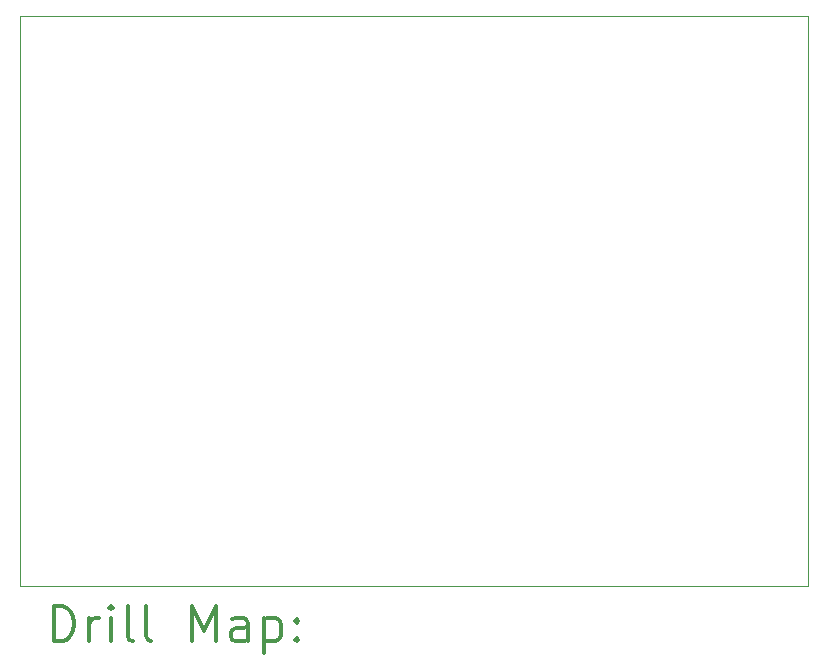
<source format=gbr>
%FSLAX45Y45*%
G04 Gerber Fmt 4.5, Leading zero omitted, Abs format (unit mm)*
G04 Created by KiCad (PCBNEW (5.1.9)-1) date 2021-06-01 19:36:49*
%MOMM*%
%LPD*%
G01*
G04 APERTURE LIST*
%TA.AperFunction,Profile*%
%ADD10C,0.050000*%
%TD*%
%ADD11C,0.200000*%
%ADD12C,0.300000*%
G04 APERTURE END LIST*
D10*
X1905000Y-7302500D02*
X1905000Y-7366000D01*
X8572500Y-7302500D02*
X8572500Y-7366000D01*
X8572500Y-2540000D02*
X7747000Y-2540000D01*
X7747000Y-7366000D02*
X8572500Y-7366000D01*
X8572500Y-2540000D02*
X8572500Y-7302500D01*
X1905000Y-7366000D02*
X7747000Y-7366000D01*
X7747000Y-2540000D02*
X1905000Y-2540000D01*
X1905000Y-7302500D02*
X1905000Y-2540000D01*
D11*
D12*
X2188928Y-7834214D02*
X2188928Y-7534214D01*
X2260357Y-7534214D01*
X2303214Y-7548500D01*
X2331786Y-7577071D01*
X2346071Y-7605643D01*
X2360357Y-7662786D01*
X2360357Y-7705643D01*
X2346071Y-7762786D01*
X2331786Y-7791357D01*
X2303214Y-7819929D01*
X2260357Y-7834214D01*
X2188928Y-7834214D01*
X2488928Y-7834214D02*
X2488928Y-7634214D01*
X2488928Y-7691357D02*
X2503214Y-7662786D01*
X2517500Y-7648500D01*
X2546071Y-7634214D01*
X2574643Y-7634214D01*
X2674643Y-7834214D02*
X2674643Y-7634214D01*
X2674643Y-7534214D02*
X2660357Y-7548500D01*
X2674643Y-7562786D01*
X2688928Y-7548500D01*
X2674643Y-7534214D01*
X2674643Y-7562786D01*
X2860357Y-7834214D02*
X2831786Y-7819929D01*
X2817500Y-7791357D01*
X2817500Y-7534214D01*
X3017500Y-7834214D02*
X2988928Y-7819929D01*
X2974643Y-7791357D01*
X2974643Y-7534214D01*
X3360357Y-7834214D02*
X3360357Y-7534214D01*
X3460357Y-7748500D01*
X3560357Y-7534214D01*
X3560357Y-7834214D01*
X3831786Y-7834214D02*
X3831786Y-7677071D01*
X3817500Y-7648500D01*
X3788928Y-7634214D01*
X3731786Y-7634214D01*
X3703214Y-7648500D01*
X3831786Y-7819929D02*
X3803214Y-7834214D01*
X3731786Y-7834214D01*
X3703214Y-7819929D01*
X3688928Y-7791357D01*
X3688928Y-7762786D01*
X3703214Y-7734214D01*
X3731786Y-7719929D01*
X3803214Y-7719929D01*
X3831786Y-7705643D01*
X3974643Y-7634214D02*
X3974643Y-7934214D01*
X3974643Y-7648500D02*
X4003214Y-7634214D01*
X4060357Y-7634214D01*
X4088928Y-7648500D01*
X4103214Y-7662786D01*
X4117500Y-7691357D01*
X4117500Y-7777071D01*
X4103214Y-7805643D01*
X4088928Y-7819929D01*
X4060357Y-7834214D01*
X4003214Y-7834214D01*
X3974643Y-7819929D01*
X4246071Y-7805643D02*
X4260357Y-7819929D01*
X4246071Y-7834214D01*
X4231786Y-7819929D01*
X4246071Y-7805643D01*
X4246071Y-7834214D01*
X4246071Y-7648500D02*
X4260357Y-7662786D01*
X4246071Y-7677071D01*
X4231786Y-7662786D01*
X4246071Y-7648500D01*
X4246071Y-7677071D01*
M02*

</source>
